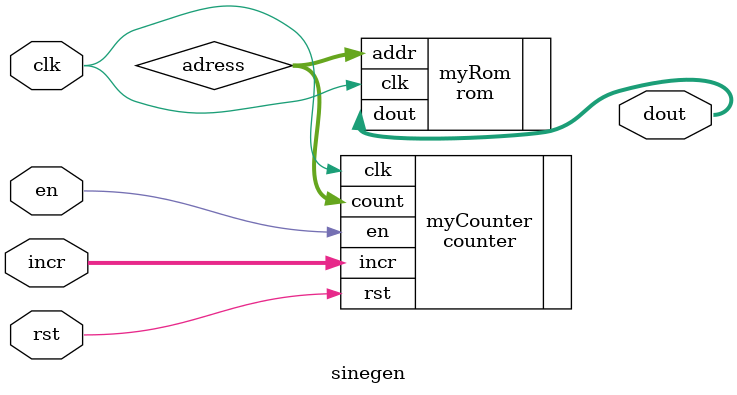
<source format=sv>
module sinegen #(
    parameter WIDTH = 8
)(
    input logic             clk,
    input logic             en,
    input logic             rst,
    input logic [WIDTH-1:0] incr,
    output logic [WIDTH-1:0] dout
);

    logic [WIDTH-1:0]       adress; //interconnecting wire

counter myCounter (
    .clk(clk),
    .en(en),
    .rst(rst),
    .incr(incr),
    .count(adress)
);

rom myRom (
    .clk(clk),
    .addr(adress),
    .dout(dout)
);
endmodule

</source>
